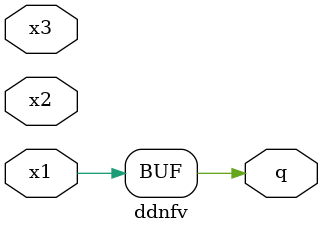
<source format=v>
module ddnfv( 
  input x1, x2, x3, 
  output q 
); 
  assign q = (x1); 
endmodule

</source>
